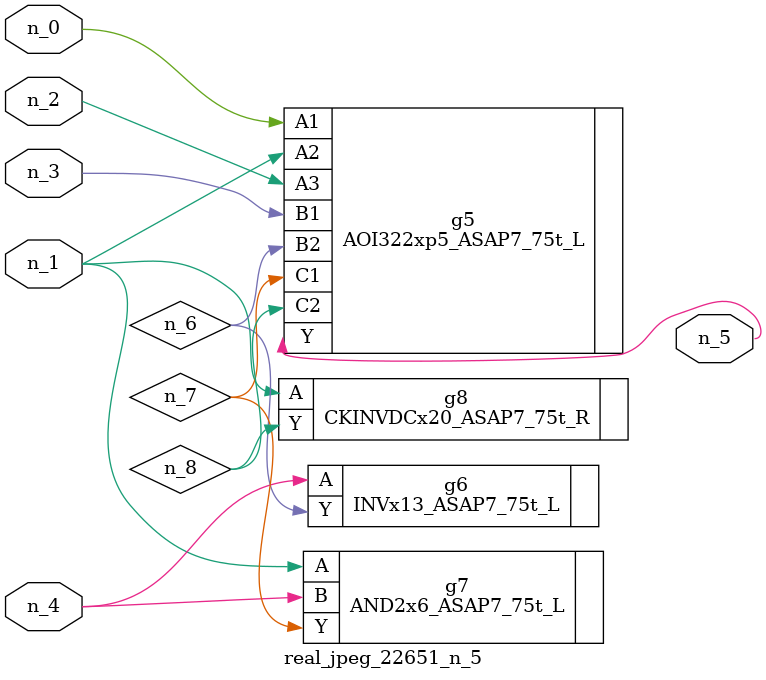
<source format=v>
module real_jpeg_22651_n_5 (n_4, n_0, n_1, n_2, n_3, n_5);

input n_4;
input n_0;
input n_1;
input n_2;
input n_3;

output n_5;

wire n_8;
wire n_6;
wire n_7;

AOI322xp5_ASAP7_75t_L g5 ( 
.A1(n_0),
.A2(n_1),
.A3(n_2),
.B1(n_3),
.B2(n_6),
.C1(n_7),
.C2(n_8),
.Y(n_5)
);

AND2x6_ASAP7_75t_L g7 ( 
.A(n_1),
.B(n_4),
.Y(n_7)
);

CKINVDCx20_ASAP7_75t_R g8 ( 
.A(n_1),
.Y(n_8)
);

INVx13_ASAP7_75t_L g6 ( 
.A(n_4),
.Y(n_6)
);


endmodule
</source>
